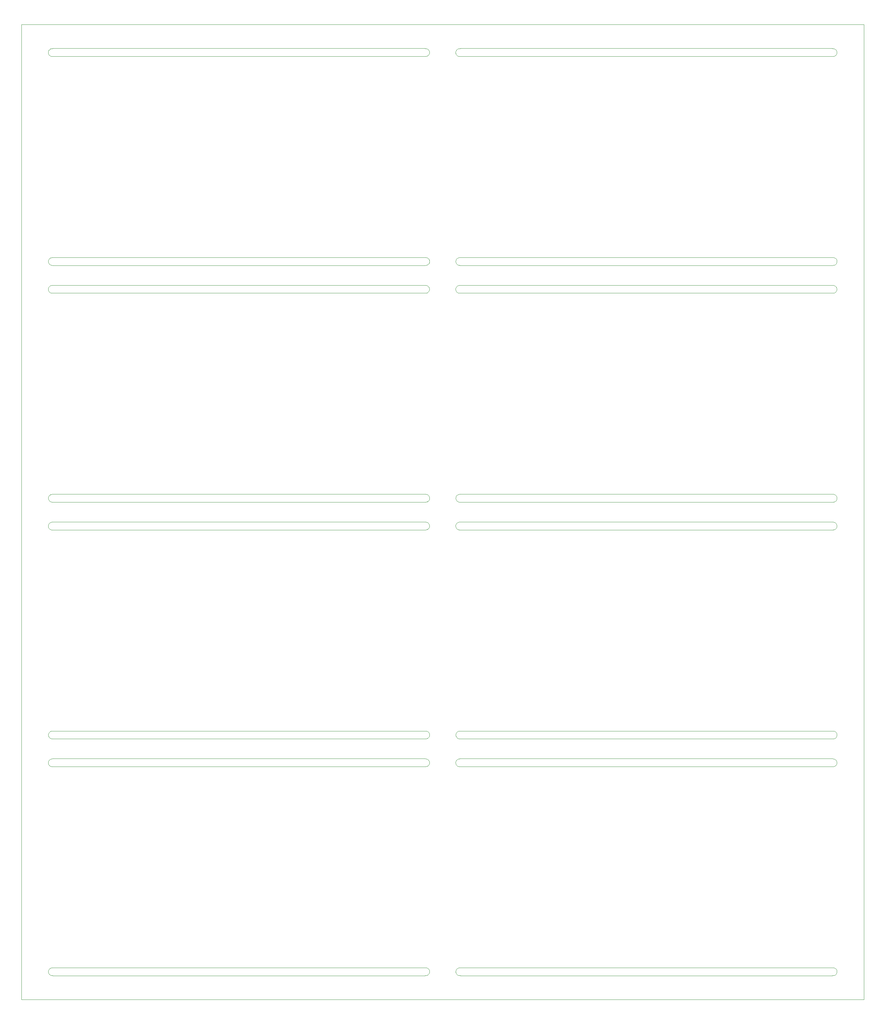
<source format=gbr>
G04 #@! TF.GenerationSoftware,KiCad,Pcbnew,5.99.0+really5.1.10+dfsg1-1*
G04 #@! TF.CreationDate,2021-09-29T09:26:04+02:00*
G04 #@! TF.ProjectId,ulx3s-panel,756c7833-732d-4706-916e-656c2e6b6963,rev?*
G04 #@! TF.SameCoordinates,Original*
G04 #@! TF.FileFunction,Profile,NP*
%FSLAX46Y46*%
G04 Gerber Fmt 4.6, Leading zero omitted, Abs format (unit mm)*
G04 Created by KiCad (PCBNEW 5.99.0+really5.1.10+dfsg1-1) date 2021-09-29 09:26:04*
%MOMM*%
%LPD*%
G01*
G04 APERTURE LIST*
G04 #@! TA.AperFunction,Profile*
%ADD10C,0.100000*%
G04 #@! TD*
G04 APERTURE END LIST*
D10*
X-91190000Y87620000D02*
X-91300000Y87620000D01*
X-91080000Y87620000D02*
X-91190000Y87620000D01*
X3070000Y87620000D02*
X-91080000Y87620000D01*
X3160000Y87620000D02*
X3070000Y87620000D01*
X3260000Y87640000D02*
X3160000Y87620000D01*
X3350000Y87660000D02*
X3260000Y87640000D01*
X3440000Y87690000D02*
X3350000Y87660000D01*
X3530000Y87730000D02*
X3440000Y87690000D01*
X3610000Y87780000D02*
X3530000Y87730000D01*
X3690000Y87840000D02*
X3610000Y87780000D01*
X3760000Y87900000D02*
X3690000Y87840000D01*
X3830000Y87970000D02*
X3760000Y87900000D01*
X3890000Y88050000D02*
X3830000Y87970000D01*
X3940000Y88130000D02*
X3890000Y88050000D01*
X3980000Y88210000D02*
X3940000Y88130000D01*
X4010000Y88300000D02*
X3980000Y88210000D01*
X4040000Y88390000D02*
X4010000Y88300000D01*
X4050000Y88490000D02*
X4040000Y88390000D01*
X4060000Y88580000D02*
X4050000Y88490000D01*
X4060000Y88680000D02*
X4060000Y88580000D01*
X4050000Y88770000D02*
X4060000Y88680000D01*
X4030000Y88870000D02*
X4050000Y88770000D01*
X4000000Y88960000D02*
X4030000Y88870000D01*
X3960000Y89050000D02*
X4000000Y88960000D01*
X3910000Y89130000D02*
X3960000Y89050000D01*
X3860000Y89210000D02*
X3910000Y89130000D01*
X3800000Y89280000D02*
X3860000Y89210000D01*
X3730000Y89350000D02*
X3800000Y89280000D01*
X3660000Y89410000D02*
X3730000Y89350000D01*
X3580000Y89460000D02*
X3660000Y89410000D01*
X3490000Y89510000D02*
X3580000Y89460000D01*
X3400000Y89540000D02*
X3490000Y89510000D01*
X3310000Y89570000D02*
X3400000Y89540000D01*
X3220000Y89590000D02*
X3310000Y89570000D01*
X3130000Y89600000D02*
X3220000Y89590000D01*
X3040000Y89610000D02*
X3130000Y89600000D01*
X2860000Y89620000D02*
X3040000Y89610000D01*
X-91060000Y89620000D02*
X2860000Y89620000D01*
X-91240000Y89610000D02*
X-91060000Y89620000D01*
X-91330000Y89600000D02*
X-91240000Y89610000D01*
X-91430000Y89590000D02*
X-91330000Y89600000D01*
X-91540000Y89570000D02*
X-91430000Y89590000D01*
X-91630000Y89540000D02*
X-91540000Y89570000D01*
X-91730000Y89500000D02*
X-91630000Y89540000D01*
X-91810000Y89450000D02*
X-91730000Y89500000D01*
X-91890000Y89400000D02*
X-91810000Y89450000D01*
X-91970000Y89330000D02*
X-91890000Y89400000D01*
X-92040000Y89260000D02*
X-91970000Y89330000D01*
X-92100000Y89190000D02*
X-92040000Y89260000D01*
X-92160000Y89100000D02*
X-92100000Y89190000D01*
X-92200000Y89010000D02*
X-92160000Y89100000D01*
X-92240000Y88920000D02*
X-92200000Y89010000D01*
X-92260000Y88830000D02*
X-92240000Y88920000D01*
X-92280000Y88730000D02*
X-92260000Y88830000D01*
X-92290000Y88630000D02*
X-92280000Y88730000D01*
X-92290000Y88530000D02*
X-92290000Y88630000D01*
X-92270000Y88430000D02*
X-92290000Y88530000D01*
X-92250000Y88340000D02*
X-92270000Y88430000D01*
X-92220000Y88240000D02*
X-92250000Y88340000D01*
X-92180000Y88150000D02*
X-92220000Y88240000D01*
X-92130000Y88070000D02*
X-92180000Y88150000D01*
X-92070000Y87990000D02*
X-92130000Y88070000D01*
X-92010000Y87910000D02*
X-92070000Y87990000D01*
X-91940000Y87850000D02*
X-92010000Y87910000D01*
X-91860000Y87790000D02*
X-91940000Y87850000D01*
X-91770000Y87740000D02*
X-91860000Y87790000D01*
X-91680000Y87690000D02*
X-91770000Y87740000D01*
X-91590000Y87660000D02*
X-91680000Y87690000D01*
X-91500000Y87630000D02*
X-91590000Y87660000D01*
X-91400000Y87620000D02*
X-91500000Y87630000D01*
X-91300000Y87620000D02*
X-91400000Y87620000D01*
X-91190000Y-31980000D02*
X-91300000Y-31980000D01*
X-91080000Y-31980000D02*
X-91190000Y-31980000D01*
X3070000Y-31980000D02*
X-91080000Y-31980000D01*
X3160000Y-31980000D02*
X3070000Y-31980000D01*
X3260000Y-31960000D02*
X3160000Y-31980000D01*
X3350000Y-31940000D02*
X3260000Y-31960000D01*
X3440000Y-31910000D02*
X3350000Y-31940000D01*
X3530000Y-31870000D02*
X3440000Y-31910000D01*
X3610000Y-31820000D02*
X3530000Y-31870000D01*
X3690000Y-31760000D02*
X3610000Y-31820000D01*
X3760000Y-31700000D02*
X3690000Y-31760000D01*
X3830000Y-31630000D02*
X3760000Y-31700000D01*
X3890000Y-31550000D02*
X3830000Y-31630000D01*
X3940000Y-31470000D02*
X3890000Y-31550000D01*
X3980000Y-31390000D02*
X3940000Y-31470000D01*
X4010000Y-31300000D02*
X3980000Y-31390000D01*
X4040000Y-31210000D02*
X4010000Y-31300000D01*
X4050000Y-31110000D02*
X4040000Y-31210000D01*
X4060000Y-31020000D02*
X4050000Y-31110000D01*
X4060000Y-30920000D02*
X4060000Y-31020000D01*
X4050000Y-30830000D02*
X4060000Y-30920000D01*
X4030000Y-30730000D02*
X4050000Y-30830000D01*
X4000000Y-30640000D02*
X4030000Y-30730000D01*
X3960000Y-30550000D02*
X4000000Y-30640000D01*
X3910000Y-30470000D02*
X3960000Y-30550000D01*
X3860000Y-30390000D02*
X3910000Y-30470000D01*
X3800000Y-30320000D02*
X3860000Y-30390000D01*
X3730000Y-30250000D02*
X3800000Y-30320000D01*
X3660000Y-30190000D02*
X3730000Y-30250000D01*
X3580000Y-30140000D02*
X3660000Y-30190000D01*
X3490000Y-30090000D02*
X3580000Y-30140000D01*
X3400000Y-30060000D02*
X3490000Y-30090000D01*
X3310000Y-30030000D02*
X3400000Y-30060000D01*
X3220000Y-30010000D02*
X3310000Y-30030000D01*
X3130000Y-30000000D02*
X3220000Y-30010000D01*
X3040000Y-29990000D02*
X3130000Y-30000000D01*
X2860000Y-29980000D02*
X3040000Y-29990000D01*
X-91060000Y-29980000D02*
X2860000Y-29980000D01*
X-91240000Y-29990000D02*
X-91060000Y-29980000D01*
X-91330000Y-30000000D02*
X-91240000Y-29990000D01*
X-91430000Y-30010000D02*
X-91330000Y-30000000D01*
X-91540000Y-30030000D02*
X-91430000Y-30010000D01*
X-91630000Y-30060000D02*
X-91540000Y-30030000D01*
X-91720000Y-30100000D02*
X-91630000Y-30060000D01*
X-91800000Y-30140000D02*
X-91720000Y-30100000D01*
X-91880000Y-30200000D02*
X-91800000Y-30140000D01*
X-91960000Y-30260000D02*
X-91880000Y-30200000D01*
X-92030000Y-30320000D02*
X-91960000Y-30260000D01*
X-92090000Y-30400000D02*
X-92030000Y-30320000D01*
X-92140000Y-30470000D02*
X-92090000Y-30400000D01*
X-92190000Y-30560000D02*
X-92140000Y-30470000D01*
X-92230000Y-30650000D02*
X-92190000Y-30560000D01*
X-92260000Y-30740000D02*
X-92230000Y-30650000D01*
X-92280000Y-30830000D02*
X-92260000Y-30740000D01*
X-92290000Y-30930000D02*
X-92280000Y-30830000D01*
X-92290000Y-31020000D02*
X-92290000Y-30930000D01*
X-92280000Y-31120000D02*
X-92290000Y-31020000D01*
X-92270000Y-31210000D02*
X-92280000Y-31120000D01*
X-92240000Y-31300000D02*
X-92270000Y-31210000D01*
X-92210000Y-31390000D02*
X-92240000Y-31300000D01*
X-92160000Y-31480000D02*
X-92210000Y-31390000D01*
X-92110000Y-31560000D02*
X-92160000Y-31480000D01*
X-92060000Y-31630000D02*
X-92110000Y-31560000D01*
X-91990000Y-31700000D02*
X-92060000Y-31630000D01*
X-91920000Y-31770000D02*
X-91990000Y-31700000D01*
X-91840000Y-31820000D02*
X-91920000Y-31770000D01*
X-91760000Y-31870000D02*
X-91840000Y-31820000D01*
X-91670000Y-31910000D02*
X-91760000Y-31870000D01*
X-91580000Y-31940000D02*
X-91670000Y-31910000D01*
X-91490000Y-31970000D02*
X-91580000Y-31940000D01*
X-91390000Y-31980000D02*
X-91490000Y-31970000D01*
X-91300000Y-31980000D02*
X-91390000Y-31980000D01*
X-91190000Y-91780000D02*
X-91300000Y-91780000D01*
X-91080000Y-91780000D02*
X-91190000Y-91780000D01*
X3070000Y-91780000D02*
X-91080000Y-91780000D01*
X3160000Y-91780000D02*
X3070000Y-91780000D01*
X3260000Y-91760000D02*
X3160000Y-91780000D01*
X3350000Y-91740000D02*
X3260000Y-91760000D01*
X3440000Y-91710000D02*
X3350000Y-91740000D01*
X3530000Y-91670000D02*
X3440000Y-91710000D01*
X3610000Y-91620000D02*
X3530000Y-91670000D01*
X3690000Y-91560000D02*
X3610000Y-91620000D01*
X3760000Y-91500000D02*
X3690000Y-91560000D01*
X3830000Y-91430000D02*
X3760000Y-91500000D01*
X3890000Y-91350000D02*
X3830000Y-91430000D01*
X3940000Y-91270000D02*
X3890000Y-91350000D01*
X3980000Y-91190000D02*
X3940000Y-91270000D01*
X4010000Y-91100000D02*
X3980000Y-91190000D01*
X4040000Y-91010000D02*
X4010000Y-91100000D01*
X4050000Y-90910000D02*
X4040000Y-91010000D01*
X4060000Y-90820000D02*
X4050000Y-90910000D01*
X4060000Y-90720000D02*
X4060000Y-90820000D01*
X4050000Y-90630000D02*
X4060000Y-90720000D01*
X4030000Y-90530000D02*
X4050000Y-90630000D01*
X4000000Y-90440000D02*
X4030000Y-90530000D01*
X3960000Y-90350000D02*
X4000000Y-90440000D01*
X3910000Y-90270000D02*
X3960000Y-90350000D01*
X3860000Y-90190000D02*
X3910000Y-90270000D01*
X3800000Y-90120000D02*
X3860000Y-90190000D01*
X3730000Y-90050000D02*
X3800000Y-90120000D01*
X3660000Y-89990000D02*
X3730000Y-90050000D01*
X3580000Y-89940000D02*
X3660000Y-89990000D01*
X3490000Y-89890000D02*
X3580000Y-89940000D01*
X3400000Y-89860000D02*
X3490000Y-89890000D01*
X3310000Y-89830000D02*
X3400000Y-89860000D01*
X3220000Y-89810000D02*
X3310000Y-89830000D01*
X3130000Y-89800000D02*
X3220000Y-89810000D01*
X3040000Y-89790000D02*
X3130000Y-89800000D01*
X2860000Y-89780000D02*
X3040000Y-89790000D01*
X-91060000Y-89780000D02*
X2860000Y-89780000D01*
X-91240000Y-89790000D02*
X-91060000Y-89780000D01*
X-91330000Y-89800000D02*
X-91240000Y-89790000D01*
X-91430000Y-89810000D02*
X-91330000Y-89800000D01*
X-91540000Y-89830000D02*
X-91430000Y-89810000D01*
X-91630000Y-89860000D02*
X-91540000Y-89830000D01*
X-91720000Y-89900000D02*
X-91630000Y-89860000D01*
X-91800000Y-89940000D02*
X-91720000Y-89900000D01*
X-91880000Y-90000000D02*
X-91800000Y-89940000D01*
X-91960000Y-90060000D02*
X-91880000Y-90000000D01*
X-92030000Y-90120000D02*
X-91960000Y-90060000D01*
X-92090000Y-90200000D02*
X-92030000Y-90120000D01*
X-92140000Y-90270000D02*
X-92090000Y-90200000D01*
X-92190000Y-90360000D02*
X-92140000Y-90270000D01*
X-92230000Y-90450000D02*
X-92190000Y-90360000D01*
X-92260000Y-90540000D02*
X-92230000Y-90450000D01*
X-92280000Y-90630000D02*
X-92260000Y-90540000D01*
X-92290000Y-90730000D02*
X-92280000Y-90630000D01*
X-92290000Y-90820000D02*
X-92290000Y-90730000D01*
X-92280000Y-90920000D02*
X-92290000Y-90820000D01*
X-92270000Y-91010000D02*
X-92280000Y-90920000D01*
X-92240000Y-91100000D02*
X-92270000Y-91010000D01*
X-92210000Y-91190000D02*
X-92240000Y-91100000D01*
X-92160000Y-91280000D02*
X-92210000Y-91190000D01*
X-92110000Y-91360000D02*
X-92160000Y-91280000D01*
X-92060000Y-91430000D02*
X-92110000Y-91360000D01*
X-91990000Y-91500000D02*
X-92060000Y-91430000D01*
X-91920000Y-91570000D02*
X-91990000Y-91500000D01*
X-91840000Y-91620000D02*
X-91920000Y-91570000D01*
X-91760000Y-91670000D02*
X-91840000Y-91620000D01*
X-91670000Y-91710000D02*
X-91760000Y-91670000D01*
X-91580000Y-91740000D02*
X-91670000Y-91710000D01*
X-91490000Y-91770000D02*
X-91580000Y-91740000D01*
X-91390000Y-91780000D02*
X-91490000Y-91770000D01*
X-91300000Y-91780000D02*
X-91390000Y-91780000D01*
X-91190000Y27820000D02*
X-91300000Y27820000D01*
X-91080000Y27820000D02*
X-91190000Y27820000D01*
X3070000Y27820000D02*
X-91080000Y27820000D01*
X3160000Y27820000D02*
X3070000Y27820000D01*
X3260000Y27840000D02*
X3160000Y27820000D01*
X3350000Y27860000D02*
X3260000Y27840000D01*
X3440000Y27890000D02*
X3350000Y27860000D01*
X3530000Y27930000D02*
X3440000Y27890000D01*
X3610000Y27980000D02*
X3530000Y27930000D01*
X3690000Y28040000D02*
X3610000Y27980000D01*
X3760000Y28100000D02*
X3690000Y28040000D01*
X3830000Y28170000D02*
X3760000Y28100000D01*
X3890000Y28250000D02*
X3830000Y28170000D01*
X3940000Y28330000D02*
X3890000Y28250000D01*
X3980000Y28410000D02*
X3940000Y28330000D01*
X4010000Y28500000D02*
X3980000Y28410000D01*
X4040000Y28590000D02*
X4010000Y28500000D01*
X4050000Y28690000D02*
X4040000Y28590000D01*
X4060000Y28780000D02*
X4050000Y28690000D01*
X4060000Y28880000D02*
X4060000Y28780000D01*
X4050000Y28970000D02*
X4060000Y28880000D01*
X4030000Y29070000D02*
X4050000Y28970000D01*
X4000000Y29160000D02*
X4030000Y29070000D01*
X3960000Y29250000D02*
X4000000Y29160000D01*
X3910000Y29330000D02*
X3960000Y29250000D01*
X3860000Y29410000D02*
X3910000Y29330000D01*
X3800000Y29480000D02*
X3860000Y29410000D01*
X3730000Y29550000D02*
X3800000Y29480000D01*
X3660000Y29610000D02*
X3730000Y29550000D01*
X3580000Y29660000D02*
X3660000Y29610000D01*
X3490000Y29710000D02*
X3580000Y29660000D01*
X3400000Y29740000D02*
X3490000Y29710000D01*
X3310000Y29770000D02*
X3400000Y29740000D01*
X3220000Y29790000D02*
X3310000Y29770000D01*
X3130000Y29800000D02*
X3220000Y29790000D01*
X3040000Y29810000D02*
X3130000Y29800000D01*
X2860000Y29820000D02*
X3040000Y29810000D01*
X-91060000Y29820000D02*
X2860000Y29820000D01*
X-91240000Y29810000D02*
X-91060000Y29820000D01*
X-91330000Y29800000D02*
X-91240000Y29810000D01*
X-91430000Y29790000D02*
X-91330000Y29800000D01*
X-91540000Y29770000D02*
X-91430000Y29790000D01*
X-91630000Y29740000D02*
X-91540000Y29770000D01*
X-91730000Y29700000D02*
X-91630000Y29740000D01*
X-91810000Y29650000D02*
X-91730000Y29700000D01*
X-91890000Y29600000D02*
X-91810000Y29650000D01*
X-91970000Y29530000D02*
X-91890000Y29600000D01*
X-92040000Y29460000D02*
X-91970000Y29530000D01*
X-92100000Y29390000D02*
X-92040000Y29460000D01*
X-92160000Y29300000D02*
X-92100000Y29390000D01*
X-92200000Y29210000D02*
X-92160000Y29300000D01*
X-92240000Y29120000D02*
X-92200000Y29210000D01*
X-92260000Y29030000D02*
X-92240000Y29120000D01*
X-92280000Y28930000D02*
X-92260000Y29030000D01*
X-92290000Y28830000D02*
X-92280000Y28930000D01*
X-92290000Y28730000D02*
X-92290000Y28830000D01*
X-92270000Y28630000D02*
X-92290000Y28730000D01*
X-92250000Y28540000D02*
X-92270000Y28630000D01*
X-92220000Y28440000D02*
X-92250000Y28540000D01*
X-92180000Y28350000D02*
X-92220000Y28440000D01*
X-92130000Y28270000D02*
X-92180000Y28350000D01*
X-92070000Y28190000D02*
X-92130000Y28270000D01*
X-92010000Y28110000D02*
X-92070000Y28190000D01*
X-91940000Y28050000D02*
X-92010000Y28110000D01*
X-91860000Y27990000D02*
X-91940000Y28050000D01*
X-91770000Y27940000D02*
X-91860000Y27990000D01*
X-91680000Y27890000D02*
X-91770000Y27940000D01*
X-91590000Y27860000D02*
X-91680000Y27890000D01*
X-91500000Y27830000D02*
X-91590000Y27860000D01*
X-91400000Y27820000D02*
X-91500000Y27830000D01*
X-91300000Y27820000D02*
X-91400000Y27820000D01*
X-91330000Y-84760000D02*
X-91420000Y-84750000D01*
X-91240000Y-84770000D02*
X-91330000Y-84760000D01*
X-91060000Y-84780000D02*
X-91240000Y-84770000D01*
X2860000Y-84780000D02*
X-91060000Y-84780000D01*
X3040000Y-84770000D02*
X2860000Y-84780000D01*
X3130000Y-84760000D02*
X3040000Y-84770000D01*
X3230000Y-84750000D02*
X3130000Y-84760000D01*
X3340000Y-84730000D02*
X3230000Y-84750000D01*
X3430000Y-84700000D02*
X3340000Y-84730000D01*
X3520000Y-84660000D02*
X3430000Y-84700000D01*
X3610000Y-84610000D02*
X3520000Y-84660000D01*
X3690000Y-84560000D02*
X3610000Y-84610000D01*
X3770000Y-84490000D02*
X3690000Y-84560000D01*
X3840000Y-84420000D02*
X3770000Y-84490000D01*
X3900000Y-84350000D02*
X3840000Y-84420000D01*
X3950000Y-84260000D02*
X3900000Y-84350000D01*
X4000000Y-84180000D02*
X3950000Y-84260000D01*
X4040000Y-84080000D02*
X4000000Y-84180000D01*
X4060000Y-83990000D02*
X4040000Y-84080000D01*
X4080000Y-83890000D02*
X4060000Y-83990000D01*
X4090000Y-83790000D02*
X4080000Y-83890000D01*
X4090000Y-83690000D02*
X4090000Y-83790000D01*
X4070000Y-83600000D02*
X4090000Y-83690000D01*
X4050000Y-83500000D02*
X4070000Y-83600000D01*
X4020000Y-83410000D02*
X4050000Y-83500000D01*
X3980000Y-83320000D02*
X4020000Y-83410000D01*
X3930000Y-83230000D02*
X3980000Y-83320000D01*
X3870000Y-83150000D02*
X3930000Y-83230000D01*
X3810000Y-83080000D02*
X3870000Y-83150000D01*
X3740000Y-83010000D02*
X3810000Y-83080000D01*
X3660000Y-82950000D02*
X3740000Y-83010000D01*
X3570000Y-82900000D02*
X3660000Y-82950000D01*
X3480000Y-82850000D02*
X3570000Y-82900000D01*
X3390000Y-82820000D02*
X3480000Y-82850000D01*
X3300000Y-82800000D02*
X3390000Y-82820000D01*
X3200000Y-82780000D02*
X3300000Y-82800000D01*
X3100000Y-82780000D02*
X3200000Y-82780000D01*
X2990000Y-82780000D02*
X3100000Y-82780000D01*
X2880000Y-82780000D02*
X2990000Y-82780000D01*
X-91270000Y-82780000D02*
X2880000Y-82780000D01*
X-91360000Y-82780000D02*
X-91270000Y-82780000D01*
X-91460000Y-82800000D02*
X-91360000Y-82780000D01*
X-91550000Y-82820000D02*
X-91460000Y-82800000D01*
X-91640000Y-82850000D02*
X-91550000Y-82820000D01*
X-91730000Y-82890000D02*
X-91640000Y-82850000D01*
X-91810000Y-82940000D02*
X-91730000Y-82890000D01*
X-91890000Y-83000000D02*
X-91810000Y-82940000D01*
X-91960000Y-83060000D02*
X-91890000Y-83000000D01*
X-92030000Y-83130000D02*
X-91960000Y-83060000D01*
X-92090000Y-83210000D02*
X-92030000Y-83130000D01*
X-92140000Y-83290000D02*
X-92090000Y-83210000D01*
X-92180000Y-83370000D02*
X-92140000Y-83290000D01*
X-92210000Y-83460000D02*
X-92180000Y-83370000D01*
X-92240000Y-83550000D02*
X-92210000Y-83460000D01*
X-92250000Y-83650000D02*
X-92240000Y-83550000D01*
X-92260000Y-83740000D02*
X-92250000Y-83650000D01*
X-92260000Y-83840000D02*
X-92260000Y-83740000D01*
X-92250000Y-83930000D02*
X-92260000Y-83840000D01*
X-92230000Y-84030000D02*
X-92250000Y-83930000D01*
X-92200000Y-84120000D02*
X-92230000Y-84030000D01*
X-92160000Y-84210000D02*
X-92200000Y-84120000D01*
X-92110000Y-84290000D02*
X-92160000Y-84210000D01*
X-92060000Y-84370000D02*
X-92110000Y-84290000D01*
X-92000000Y-84440000D02*
X-92060000Y-84370000D01*
X-91930000Y-84510000D02*
X-92000000Y-84440000D01*
X-91860000Y-84570000D02*
X-91930000Y-84510000D01*
X-91780000Y-84620000D02*
X-91860000Y-84570000D01*
X-91690000Y-84670000D02*
X-91780000Y-84620000D01*
X-91600000Y-84700000D02*
X-91690000Y-84670000D01*
X-91510000Y-84730000D02*
X-91600000Y-84700000D01*
X-91420000Y-84750000D02*
X-91510000Y-84730000D01*
X-91330000Y-144560000D02*
X-91420000Y-144550000D01*
X-91240000Y-144570000D02*
X-91330000Y-144560000D01*
X-91060000Y-144580000D02*
X-91240000Y-144570000D01*
X2860000Y-144580000D02*
X-91060000Y-144580000D01*
X3040000Y-144570000D02*
X2860000Y-144580000D01*
X3130000Y-144560000D02*
X3040000Y-144570000D01*
X3230000Y-144550000D02*
X3130000Y-144560000D01*
X3340000Y-144530000D02*
X3230000Y-144550000D01*
X3430000Y-144500000D02*
X3340000Y-144530000D01*
X3520000Y-144460000D02*
X3430000Y-144500000D01*
X3610000Y-144410000D02*
X3520000Y-144460000D01*
X3690000Y-144360000D02*
X3610000Y-144410000D01*
X3770000Y-144290000D02*
X3690000Y-144360000D01*
X3840000Y-144220000D02*
X3770000Y-144290000D01*
X3900000Y-144150000D02*
X3840000Y-144220000D01*
X3950000Y-144060000D02*
X3900000Y-144150000D01*
X4000000Y-143980000D02*
X3950000Y-144060000D01*
X4040000Y-143880000D02*
X4000000Y-143980000D01*
X4060000Y-143790000D02*
X4040000Y-143880000D01*
X4080000Y-143690000D02*
X4060000Y-143790000D01*
X4090000Y-143590000D02*
X4080000Y-143690000D01*
X4090000Y-143490000D02*
X4090000Y-143590000D01*
X4070000Y-143400000D02*
X4090000Y-143490000D01*
X4050000Y-143300000D02*
X4070000Y-143400000D01*
X4020000Y-143210000D02*
X4050000Y-143300000D01*
X3980000Y-143120000D02*
X4020000Y-143210000D01*
X3930000Y-143030000D02*
X3980000Y-143120000D01*
X3870000Y-142950000D02*
X3930000Y-143030000D01*
X3810000Y-142880000D02*
X3870000Y-142950000D01*
X3740000Y-142810000D02*
X3810000Y-142880000D01*
X3660000Y-142750000D02*
X3740000Y-142810000D01*
X3570000Y-142700000D02*
X3660000Y-142750000D01*
X3480000Y-142650000D02*
X3570000Y-142700000D01*
X3390000Y-142620000D02*
X3480000Y-142650000D01*
X3300000Y-142600000D02*
X3390000Y-142620000D01*
X3200000Y-142580000D02*
X3300000Y-142600000D01*
X3100000Y-142580000D02*
X3200000Y-142580000D01*
X2990000Y-142580000D02*
X3100000Y-142580000D01*
X2880000Y-142580000D02*
X2990000Y-142580000D01*
X-91270000Y-142580000D02*
X2880000Y-142580000D01*
X-91360000Y-142580000D02*
X-91270000Y-142580000D01*
X-91460000Y-142600000D02*
X-91360000Y-142580000D01*
X-91550000Y-142620000D02*
X-91460000Y-142600000D01*
X-91640000Y-142650000D02*
X-91550000Y-142620000D01*
X-91730000Y-142690000D02*
X-91640000Y-142650000D01*
X-91810000Y-142740000D02*
X-91730000Y-142690000D01*
X-91890000Y-142800000D02*
X-91810000Y-142740000D01*
X-91960000Y-142860000D02*
X-91890000Y-142800000D01*
X-92030000Y-142930000D02*
X-91960000Y-142860000D01*
X-92090000Y-143010000D02*
X-92030000Y-142930000D01*
X-92140000Y-143090000D02*
X-92090000Y-143010000D01*
X-92180000Y-143170000D02*
X-92140000Y-143090000D01*
X-92210000Y-143260000D02*
X-92180000Y-143170000D01*
X-92240000Y-143350000D02*
X-92210000Y-143260000D01*
X-92250000Y-143450000D02*
X-92240000Y-143350000D01*
X-92260000Y-143540000D02*
X-92250000Y-143450000D01*
X-92260000Y-143640000D02*
X-92260000Y-143540000D01*
X-92250000Y-143730000D02*
X-92260000Y-143640000D01*
X-92230000Y-143830000D02*
X-92250000Y-143730000D01*
X-92200000Y-143920000D02*
X-92230000Y-143830000D01*
X-92160000Y-144010000D02*
X-92200000Y-143920000D01*
X-92110000Y-144090000D02*
X-92160000Y-144010000D01*
X-92060000Y-144170000D02*
X-92110000Y-144090000D01*
X-92000000Y-144240000D02*
X-92060000Y-144170000D01*
X-91930000Y-144310000D02*
X-92000000Y-144240000D01*
X-91860000Y-144370000D02*
X-91930000Y-144310000D01*
X-91780000Y-144420000D02*
X-91860000Y-144370000D01*
X-91690000Y-144470000D02*
X-91780000Y-144420000D01*
X-91600000Y-144500000D02*
X-91690000Y-144470000D01*
X-91510000Y-144530000D02*
X-91600000Y-144500000D01*
X-91420000Y-144550000D02*
X-91510000Y-144530000D01*
X-91330000Y-24960000D02*
X-91420000Y-24950000D01*
X-91240000Y-24970000D02*
X-91330000Y-24960000D01*
X-91060000Y-24980000D02*
X-91240000Y-24970000D01*
X2860000Y-24980000D02*
X-91060000Y-24980000D01*
X3040000Y-24970000D02*
X2860000Y-24980000D01*
X3130000Y-24960000D02*
X3040000Y-24970000D01*
X3230000Y-24950000D02*
X3130000Y-24960000D01*
X3340000Y-24930000D02*
X3230000Y-24950000D01*
X3430000Y-24900000D02*
X3340000Y-24930000D01*
X3520000Y-24860000D02*
X3430000Y-24900000D01*
X3610000Y-24810000D02*
X3520000Y-24860000D01*
X3690000Y-24760000D02*
X3610000Y-24810000D01*
X3770000Y-24690000D02*
X3690000Y-24760000D01*
X3840000Y-24620000D02*
X3770000Y-24690000D01*
X3900000Y-24550000D02*
X3840000Y-24620000D01*
X3950000Y-24460000D02*
X3900000Y-24550000D01*
X4000000Y-24380000D02*
X3950000Y-24460000D01*
X4040000Y-24280000D02*
X4000000Y-24380000D01*
X4060000Y-24190000D02*
X4040000Y-24280000D01*
X4080000Y-24090000D02*
X4060000Y-24190000D01*
X4090000Y-23990000D02*
X4080000Y-24090000D01*
X4090000Y-23890000D02*
X4090000Y-23990000D01*
X4070000Y-23800000D02*
X4090000Y-23890000D01*
X4050000Y-23700000D02*
X4070000Y-23800000D01*
X4020000Y-23610000D02*
X4050000Y-23700000D01*
X3980000Y-23520000D02*
X4020000Y-23610000D01*
X3930000Y-23430000D02*
X3980000Y-23520000D01*
X3870000Y-23350000D02*
X3930000Y-23430000D01*
X3810000Y-23280000D02*
X3870000Y-23350000D01*
X3740000Y-23210000D02*
X3810000Y-23280000D01*
X3660000Y-23150000D02*
X3740000Y-23210000D01*
X3570000Y-23100000D02*
X3660000Y-23150000D01*
X3480000Y-23050000D02*
X3570000Y-23100000D01*
X3390000Y-23020000D02*
X3480000Y-23050000D01*
X3300000Y-23000000D02*
X3390000Y-23020000D01*
X3200000Y-22980000D02*
X3300000Y-23000000D01*
X3100000Y-22980000D02*
X3200000Y-22980000D01*
X2990000Y-22980000D02*
X3100000Y-22980000D01*
X2880000Y-22980000D02*
X2990000Y-22980000D01*
X-91270000Y-22980000D02*
X2880000Y-22980000D01*
X-91360000Y-22980000D02*
X-91270000Y-22980000D01*
X-91460000Y-23000000D02*
X-91360000Y-22980000D01*
X-91550000Y-23020000D02*
X-91460000Y-23000000D01*
X-91640000Y-23050000D02*
X-91550000Y-23020000D01*
X-91730000Y-23090000D02*
X-91640000Y-23050000D01*
X-91810000Y-23140000D02*
X-91730000Y-23090000D01*
X-91890000Y-23200000D02*
X-91810000Y-23140000D01*
X-91960000Y-23260000D02*
X-91890000Y-23200000D01*
X-92030000Y-23330000D02*
X-91960000Y-23260000D01*
X-92090000Y-23410000D02*
X-92030000Y-23330000D01*
X-92140000Y-23490000D02*
X-92090000Y-23410000D01*
X-92180000Y-23570000D02*
X-92140000Y-23490000D01*
X-92210000Y-23660000D02*
X-92180000Y-23570000D01*
X-92240000Y-23750000D02*
X-92210000Y-23660000D01*
X-92250000Y-23850000D02*
X-92240000Y-23750000D01*
X-92260000Y-23940000D02*
X-92250000Y-23850000D01*
X-92260000Y-24040000D02*
X-92260000Y-23940000D01*
X-92250000Y-24130000D02*
X-92260000Y-24040000D01*
X-92230000Y-24230000D02*
X-92250000Y-24130000D01*
X-92200000Y-24320000D02*
X-92230000Y-24230000D01*
X-92160000Y-24410000D02*
X-92200000Y-24320000D01*
X-92110000Y-24490000D02*
X-92160000Y-24410000D01*
X-92060000Y-24570000D02*
X-92110000Y-24490000D01*
X-92000000Y-24640000D02*
X-92060000Y-24570000D01*
X-91930000Y-24710000D02*
X-92000000Y-24640000D01*
X-91860000Y-24770000D02*
X-91930000Y-24710000D01*
X-91780000Y-24820000D02*
X-91860000Y-24770000D01*
X-91690000Y-24870000D02*
X-91780000Y-24820000D01*
X-91600000Y-24900000D02*
X-91690000Y-24870000D01*
X-91510000Y-24930000D02*
X-91600000Y-24900000D01*
X-91420000Y-24950000D02*
X-91510000Y-24930000D01*
X-91330000Y34840000D02*
X-91420000Y34850000D01*
X-91240000Y34830000D02*
X-91330000Y34840000D01*
X-91060000Y34820000D02*
X-91240000Y34830000D01*
X2860000Y34820000D02*
X-91060000Y34820000D01*
X3040000Y34830000D02*
X2860000Y34820000D01*
X3130000Y34840000D02*
X3040000Y34830000D01*
X3230000Y34850000D02*
X3130000Y34840000D01*
X3340000Y34870000D02*
X3230000Y34850000D01*
X3430000Y34900000D02*
X3340000Y34870000D01*
X3520000Y34940000D02*
X3430000Y34900000D01*
X3610000Y34990000D02*
X3520000Y34940000D01*
X3690000Y35040000D02*
X3610000Y34990000D01*
X3770000Y35110000D02*
X3690000Y35040000D01*
X3840000Y35180000D02*
X3770000Y35110000D01*
X3900000Y35250000D02*
X3840000Y35180000D01*
X3950000Y35340000D02*
X3900000Y35250000D01*
X4000000Y35420000D02*
X3950000Y35340000D01*
X4040000Y35520000D02*
X4000000Y35420000D01*
X4060000Y35610000D02*
X4040000Y35520000D01*
X4080000Y35710000D02*
X4060000Y35610000D01*
X4090000Y35810000D02*
X4080000Y35710000D01*
X4090000Y35910000D02*
X4090000Y35810000D01*
X4070000Y36000000D02*
X4090000Y35910000D01*
X4050000Y36100000D02*
X4070000Y36000000D01*
X4020000Y36190000D02*
X4050000Y36100000D01*
X3980000Y36280000D02*
X4020000Y36190000D01*
X3930000Y36370000D02*
X3980000Y36280000D01*
X3870000Y36450000D02*
X3930000Y36370000D01*
X3810000Y36520000D02*
X3870000Y36450000D01*
X3740000Y36590000D02*
X3810000Y36520000D01*
X3660000Y36650000D02*
X3740000Y36590000D01*
X3570000Y36700000D02*
X3660000Y36650000D01*
X3480000Y36750000D02*
X3570000Y36700000D01*
X3390000Y36780000D02*
X3480000Y36750000D01*
X3300000Y36800000D02*
X3390000Y36780000D01*
X3200000Y36820000D02*
X3300000Y36800000D01*
X3100000Y36820000D02*
X3200000Y36820000D01*
X2990000Y36820000D02*
X3100000Y36820000D01*
X2880000Y36820000D02*
X2990000Y36820000D01*
X-91270000Y36820000D02*
X2880000Y36820000D01*
X-91360000Y36820000D02*
X-91270000Y36820000D01*
X-91460000Y36800000D02*
X-91360000Y36820000D01*
X-91550000Y36780000D02*
X-91460000Y36800000D01*
X-91640000Y36750000D02*
X-91550000Y36780000D01*
X-91730000Y36710000D02*
X-91640000Y36750000D01*
X-91810000Y36660000D02*
X-91730000Y36710000D01*
X-91890000Y36600000D02*
X-91810000Y36660000D01*
X-91960000Y36540000D02*
X-91890000Y36600000D01*
X-92030000Y36470000D02*
X-91960000Y36540000D01*
X-92090000Y36390000D02*
X-92030000Y36470000D01*
X-92140000Y36310000D02*
X-92090000Y36390000D01*
X-92180000Y36230000D02*
X-92140000Y36310000D01*
X-92210000Y36140000D02*
X-92180000Y36230000D01*
X-92240000Y36050000D02*
X-92210000Y36140000D01*
X-92250000Y35950000D02*
X-92240000Y36050000D01*
X-92260000Y35860000D02*
X-92250000Y35950000D01*
X-92260000Y35760000D02*
X-92260000Y35860000D01*
X-92250000Y35670000D02*
X-92260000Y35760000D01*
X-92230000Y35570000D02*
X-92250000Y35670000D01*
X-92200000Y35480000D02*
X-92230000Y35570000D01*
X-92160000Y35390000D02*
X-92200000Y35480000D01*
X-92110000Y35310000D02*
X-92160000Y35390000D01*
X-92060000Y35230000D02*
X-92110000Y35310000D01*
X-92000000Y35160000D02*
X-92060000Y35230000D01*
X-91930000Y35090000D02*
X-92000000Y35160000D01*
X-91860000Y35030000D02*
X-91930000Y35090000D01*
X-91780000Y34980000D02*
X-91860000Y35030000D01*
X-91690000Y34930000D02*
X-91780000Y34980000D01*
X-91600000Y34900000D02*
X-91690000Y34930000D01*
X-91510000Y34870000D02*
X-91600000Y34900000D01*
X-91420000Y34850000D02*
X-91510000Y34870000D01*
X11790000Y87620000D02*
X11680000Y87620000D01*
X11900000Y87620000D02*
X11790000Y87620000D01*
X106050000Y87620000D02*
X11900000Y87620000D01*
X106140000Y87620000D02*
X106050000Y87620000D01*
X106240000Y87640000D02*
X106140000Y87620000D01*
X106330000Y87660000D02*
X106240000Y87640000D01*
X106420000Y87690000D02*
X106330000Y87660000D01*
X106510000Y87730000D02*
X106420000Y87690000D01*
X106590000Y87780000D02*
X106510000Y87730000D01*
X106670000Y87840000D02*
X106590000Y87780000D01*
X106740000Y87900000D02*
X106670000Y87840000D01*
X106810000Y87970000D02*
X106740000Y87900000D01*
X106870000Y88050000D02*
X106810000Y87970000D01*
X106920000Y88130000D02*
X106870000Y88050000D01*
X106960000Y88210000D02*
X106920000Y88130000D01*
X106990000Y88300000D02*
X106960000Y88210000D01*
X107020000Y88390000D02*
X106990000Y88300000D01*
X107030000Y88490000D02*
X107020000Y88390000D01*
X107040000Y88580000D02*
X107030000Y88490000D01*
X107040000Y88680000D02*
X107040000Y88580000D01*
X107030000Y88770000D02*
X107040000Y88680000D01*
X107010000Y88870000D02*
X107030000Y88770000D01*
X106980000Y88960000D02*
X107010000Y88870000D01*
X106940000Y89050000D02*
X106980000Y88960000D01*
X106890000Y89130000D02*
X106940000Y89050000D01*
X106840000Y89210000D02*
X106890000Y89130000D01*
X106780000Y89280000D02*
X106840000Y89210000D01*
X106710000Y89350000D02*
X106780000Y89280000D01*
X106640000Y89410000D02*
X106710000Y89350000D01*
X106560000Y89460000D02*
X106640000Y89410000D01*
X106470000Y89510000D02*
X106560000Y89460000D01*
X106380000Y89540000D02*
X106470000Y89510000D01*
X106290000Y89570000D02*
X106380000Y89540000D01*
X106200000Y89590000D02*
X106290000Y89570000D01*
X106110000Y89600000D02*
X106200000Y89590000D01*
X106020000Y89610000D02*
X106110000Y89600000D01*
X105840000Y89620000D02*
X106020000Y89610000D01*
X11920000Y89620000D02*
X105840000Y89620000D01*
X11740000Y89610000D02*
X11920000Y89620000D01*
X11650000Y89600000D02*
X11740000Y89610000D01*
X11550000Y89590000D02*
X11650000Y89600000D01*
X11440000Y89570000D02*
X11550000Y89590000D01*
X11350000Y89540000D02*
X11440000Y89570000D01*
X11260000Y89500000D02*
X11350000Y89540000D01*
X11170000Y89450000D02*
X11260000Y89500000D01*
X11090000Y89400000D02*
X11170000Y89450000D01*
X11010000Y89330000D02*
X11090000Y89400000D01*
X10940000Y89260000D02*
X11010000Y89330000D01*
X10880000Y89190000D02*
X10940000Y89260000D01*
X10830000Y89100000D02*
X10880000Y89190000D01*
X10780000Y89020000D02*
X10830000Y89100000D01*
X10740000Y88920000D02*
X10780000Y89020000D01*
X10720000Y88830000D02*
X10740000Y88920000D01*
X10700000Y88730000D02*
X10720000Y88830000D01*
X10690000Y88630000D02*
X10700000Y88730000D01*
X10690000Y88530000D02*
X10690000Y88630000D01*
X10710000Y88440000D02*
X10690000Y88530000D01*
X10730000Y88340000D02*
X10710000Y88440000D01*
X10760000Y88250000D02*
X10730000Y88340000D01*
X10800000Y88160000D02*
X10760000Y88250000D01*
X10850000Y88070000D02*
X10800000Y88160000D01*
X10910000Y87990000D02*
X10850000Y88070000D01*
X10970000Y87920000D02*
X10910000Y87990000D01*
X11040000Y87850000D02*
X10970000Y87920000D01*
X11120000Y87790000D02*
X11040000Y87850000D01*
X11210000Y87740000D02*
X11120000Y87790000D01*
X11300000Y87690000D02*
X11210000Y87740000D01*
X11390000Y87660000D02*
X11300000Y87690000D01*
X11480000Y87640000D02*
X11390000Y87660000D01*
X11580000Y87620000D02*
X11480000Y87640000D01*
X11680000Y87620000D02*
X11580000Y87620000D01*
X11790000Y27820000D02*
X11680000Y27820000D01*
X11900000Y27820000D02*
X11790000Y27820000D01*
X106050000Y27820000D02*
X11900000Y27820000D01*
X106140000Y27820000D02*
X106050000Y27820000D01*
X106240000Y27840000D02*
X106140000Y27820000D01*
X106330000Y27860000D02*
X106240000Y27840000D01*
X106420000Y27890000D02*
X106330000Y27860000D01*
X106510000Y27930000D02*
X106420000Y27890000D01*
X106590000Y27980000D02*
X106510000Y27930000D01*
X106670000Y28040000D02*
X106590000Y27980000D01*
X106740000Y28100000D02*
X106670000Y28040000D01*
X106810000Y28170000D02*
X106740000Y28100000D01*
X106870000Y28250000D02*
X106810000Y28170000D01*
X106920000Y28330000D02*
X106870000Y28250000D01*
X106960000Y28410000D02*
X106920000Y28330000D01*
X106990000Y28500000D02*
X106960000Y28410000D01*
X107020000Y28590000D02*
X106990000Y28500000D01*
X107030000Y28690000D02*
X107020000Y28590000D01*
X107040000Y28780000D02*
X107030000Y28690000D01*
X107040000Y28880000D02*
X107040000Y28780000D01*
X107030000Y28970000D02*
X107040000Y28880000D01*
X107010000Y29070000D02*
X107030000Y28970000D01*
X106980000Y29160000D02*
X107010000Y29070000D01*
X106940000Y29250000D02*
X106980000Y29160000D01*
X106890000Y29330000D02*
X106940000Y29250000D01*
X106840000Y29410000D02*
X106890000Y29330000D01*
X106780000Y29480000D02*
X106840000Y29410000D01*
X106710000Y29550000D02*
X106780000Y29480000D01*
X106640000Y29610000D02*
X106710000Y29550000D01*
X106560000Y29660000D02*
X106640000Y29610000D01*
X106470000Y29710000D02*
X106560000Y29660000D01*
X106380000Y29740000D02*
X106470000Y29710000D01*
X106290000Y29770000D02*
X106380000Y29740000D01*
X106200000Y29790000D02*
X106290000Y29770000D01*
X106110000Y29800000D02*
X106200000Y29790000D01*
X106020000Y29810000D02*
X106110000Y29800000D01*
X105840000Y29820000D02*
X106020000Y29810000D01*
X11920000Y29820000D02*
X105840000Y29820000D01*
X11740000Y29810000D02*
X11920000Y29820000D01*
X11650000Y29800000D02*
X11740000Y29810000D01*
X11550000Y29790000D02*
X11650000Y29800000D01*
X11440000Y29770000D02*
X11550000Y29790000D01*
X11350000Y29740000D02*
X11440000Y29770000D01*
X11260000Y29700000D02*
X11350000Y29740000D01*
X11170000Y29650000D02*
X11260000Y29700000D01*
X11090000Y29600000D02*
X11170000Y29650000D01*
X11010000Y29530000D02*
X11090000Y29600000D01*
X10940000Y29460000D02*
X11010000Y29530000D01*
X10880000Y29390000D02*
X10940000Y29460000D01*
X10830000Y29300000D02*
X10880000Y29390000D01*
X10780000Y29220000D02*
X10830000Y29300000D01*
X10740000Y29120000D02*
X10780000Y29220000D01*
X10720000Y29030000D02*
X10740000Y29120000D01*
X10700000Y28930000D02*
X10720000Y29030000D01*
X10690000Y28830000D02*
X10700000Y28930000D01*
X10690000Y28730000D02*
X10690000Y28830000D01*
X10710000Y28640000D02*
X10690000Y28730000D01*
X10730000Y28540000D02*
X10710000Y28640000D01*
X10760000Y28450000D02*
X10730000Y28540000D01*
X10800000Y28360000D02*
X10760000Y28450000D01*
X10850000Y28270000D02*
X10800000Y28360000D01*
X10910000Y28190000D02*
X10850000Y28270000D01*
X10970000Y28120000D02*
X10910000Y28190000D01*
X11040000Y28050000D02*
X10970000Y28120000D01*
X11120000Y27990000D02*
X11040000Y28050000D01*
X11210000Y27940000D02*
X11120000Y27990000D01*
X11300000Y27890000D02*
X11210000Y27940000D01*
X11390000Y27860000D02*
X11300000Y27890000D01*
X11480000Y27840000D02*
X11390000Y27860000D01*
X11580000Y27820000D02*
X11480000Y27840000D01*
X11680000Y27820000D02*
X11580000Y27820000D01*
X11790000Y-31980000D02*
X11680000Y-31980000D01*
X11900000Y-31980000D02*
X11790000Y-31980000D01*
X106050000Y-31980000D02*
X11900000Y-31980000D01*
X106140000Y-31980000D02*
X106050000Y-31980000D01*
X106240000Y-31960000D02*
X106140000Y-31980000D01*
X106330000Y-31940000D02*
X106240000Y-31960000D01*
X106420000Y-31910000D02*
X106330000Y-31940000D01*
X106510000Y-31870000D02*
X106420000Y-31910000D01*
X106590000Y-31820000D02*
X106510000Y-31870000D01*
X106670000Y-31760000D02*
X106590000Y-31820000D01*
X106740000Y-31700000D02*
X106670000Y-31760000D01*
X106810000Y-31630000D02*
X106740000Y-31700000D01*
X106870000Y-31550000D02*
X106810000Y-31630000D01*
X106920000Y-31470000D02*
X106870000Y-31550000D01*
X106960000Y-31390000D02*
X106920000Y-31470000D01*
X106990000Y-31300000D02*
X106960000Y-31390000D01*
X107020000Y-31210000D02*
X106990000Y-31300000D01*
X107030000Y-31110000D02*
X107020000Y-31210000D01*
X107040000Y-31020000D02*
X107030000Y-31110000D01*
X107040000Y-30920000D02*
X107040000Y-31020000D01*
X107030000Y-30830000D02*
X107040000Y-30920000D01*
X107010000Y-30730000D02*
X107030000Y-30830000D01*
X106980000Y-30640000D02*
X107010000Y-30730000D01*
X106940000Y-30550000D02*
X106980000Y-30640000D01*
X106890000Y-30470000D02*
X106940000Y-30550000D01*
X106840000Y-30390000D02*
X106890000Y-30470000D01*
X106780000Y-30320000D02*
X106840000Y-30390000D01*
X106710000Y-30250000D02*
X106780000Y-30320000D01*
X106640000Y-30190000D02*
X106710000Y-30250000D01*
X106560000Y-30140000D02*
X106640000Y-30190000D01*
X106470000Y-30090000D02*
X106560000Y-30140000D01*
X106380000Y-30060000D02*
X106470000Y-30090000D01*
X106290000Y-30030000D02*
X106380000Y-30060000D01*
X106200000Y-30010000D02*
X106290000Y-30030000D01*
X106110000Y-30000000D02*
X106200000Y-30010000D01*
X106020000Y-29990000D02*
X106110000Y-30000000D01*
X105840000Y-29980000D02*
X106020000Y-29990000D01*
X11920000Y-29980000D02*
X105840000Y-29980000D01*
X11740000Y-29990000D02*
X11920000Y-29980000D01*
X11650000Y-30000000D02*
X11740000Y-29990000D01*
X11550000Y-30010000D02*
X11650000Y-30000000D01*
X11440000Y-30030000D02*
X11550000Y-30010000D01*
X11350000Y-30060000D02*
X11440000Y-30030000D01*
X11260000Y-30100000D02*
X11350000Y-30060000D01*
X11170000Y-30150000D02*
X11260000Y-30100000D01*
X11090000Y-30200000D02*
X11170000Y-30150000D01*
X11010000Y-30270000D02*
X11090000Y-30200000D01*
X10940000Y-30340000D02*
X11010000Y-30270000D01*
X10880000Y-30410000D02*
X10940000Y-30340000D01*
X10830000Y-30500000D02*
X10880000Y-30410000D01*
X10780000Y-30580000D02*
X10830000Y-30500000D01*
X10740000Y-30680000D02*
X10780000Y-30580000D01*
X10720000Y-30770000D02*
X10740000Y-30680000D01*
X10700000Y-30870000D02*
X10720000Y-30770000D01*
X10690000Y-30970000D02*
X10700000Y-30870000D01*
X10690000Y-31070000D02*
X10690000Y-30970000D01*
X10710000Y-31160000D02*
X10690000Y-31070000D01*
X10730000Y-31260000D02*
X10710000Y-31160000D01*
X10760000Y-31350000D02*
X10730000Y-31260000D01*
X10800000Y-31440000D02*
X10760000Y-31350000D01*
X10850000Y-31530000D02*
X10800000Y-31440000D01*
X10910000Y-31610000D02*
X10850000Y-31530000D01*
X10970000Y-31680000D02*
X10910000Y-31610000D01*
X11040000Y-31750000D02*
X10970000Y-31680000D01*
X11120000Y-31810000D02*
X11040000Y-31750000D01*
X11210000Y-31860000D02*
X11120000Y-31810000D01*
X11300000Y-31910000D02*
X11210000Y-31860000D01*
X11390000Y-31940000D02*
X11300000Y-31910000D01*
X11480000Y-31960000D02*
X11390000Y-31940000D01*
X11580000Y-31980000D02*
X11480000Y-31960000D01*
X11680000Y-31980000D02*
X11580000Y-31980000D01*
X11790000Y-91780000D02*
X11680000Y-91780000D01*
X11900000Y-91780000D02*
X11790000Y-91780000D01*
X106050000Y-91780000D02*
X11900000Y-91780000D01*
X106140000Y-91780000D02*
X106050000Y-91780000D01*
X106240000Y-91760000D02*
X106140000Y-91780000D01*
X106330000Y-91740000D02*
X106240000Y-91760000D01*
X106420000Y-91710000D02*
X106330000Y-91740000D01*
X106510000Y-91670000D02*
X106420000Y-91710000D01*
X106590000Y-91620000D02*
X106510000Y-91670000D01*
X106670000Y-91560000D02*
X106590000Y-91620000D01*
X106740000Y-91500000D02*
X106670000Y-91560000D01*
X106810000Y-91430000D02*
X106740000Y-91500000D01*
X106870000Y-91350000D02*
X106810000Y-91430000D01*
X106920000Y-91270000D02*
X106870000Y-91350000D01*
X106960000Y-91190000D02*
X106920000Y-91270000D01*
X106990000Y-91100000D02*
X106960000Y-91190000D01*
X107020000Y-91010000D02*
X106990000Y-91100000D01*
X107030000Y-90910000D02*
X107020000Y-91010000D01*
X107040000Y-90820000D02*
X107030000Y-90910000D01*
X107040000Y-90720000D02*
X107040000Y-90820000D01*
X107030000Y-90630000D02*
X107040000Y-90720000D01*
X107010000Y-90530000D02*
X107030000Y-90630000D01*
X106980000Y-90440000D02*
X107010000Y-90530000D01*
X106940000Y-90350000D02*
X106980000Y-90440000D01*
X106890000Y-90270000D02*
X106940000Y-90350000D01*
X106840000Y-90190000D02*
X106890000Y-90270000D01*
X106780000Y-90120000D02*
X106840000Y-90190000D01*
X106710000Y-90050000D02*
X106780000Y-90120000D01*
X106640000Y-89990000D02*
X106710000Y-90050000D01*
X106560000Y-89940000D02*
X106640000Y-89990000D01*
X106470000Y-89890000D02*
X106560000Y-89940000D01*
X106380000Y-89860000D02*
X106470000Y-89890000D01*
X106290000Y-89830000D02*
X106380000Y-89860000D01*
X106200000Y-89810000D02*
X106290000Y-89830000D01*
X106110000Y-89800000D02*
X106200000Y-89810000D01*
X106020000Y-89790000D02*
X106110000Y-89800000D01*
X105840000Y-89780000D02*
X106020000Y-89790000D01*
X11920000Y-89780000D02*
X105840000Y-89780000D01*
X11740000Y-89790000D02*
X11920000Y-89780000D01*
X11650000Y-89800000D02*
X11740000Y-89790000D01*
X11550000Y-89810000D02*
X11650000Y-89800000D01*
X11440000Y-89830000D02*
X11550000Y-89810000D01*
X11350000Y-89860000D02*
X11440000Y-89830000D01*
X11260000Y-89900000D02*
X11350000Y-89860000D01*
X11170000Y-89950000D02*
X11260000Y-89900000D01*
X11090000Y-90000000D02*
X11170000Y-89950000D01*
X11010000Y-90070000D02*
X11090000Y-90000000D01*
X10940000Y-90140000D02*
X11010000Y-90070000D01*
X10880000Y-90210000D02*
X10940000Y-90140000D01*
X10830000Y-90300000D02*
X10880000Y-90210000D01*
X10780000Y-90380000D02*
X10830000Y-90300000D01*
X10740000Y-90480000D02*
X10780000Y-90380000D01*
X10720000Y-90570000D02*
X10740000Y-90480000D01*
X10700000Y-90670000D02*
X10720000Y-90570000D01*
X10690000Y-90770000D02*
X10700000Y-90670000D01*
X10690000Y-90870000D02*
X10690000Y-90770000D01*
X10710000Y-90960000D02*
X10690000Y-90870000D01*
X10730000Y-91060000D02*
X10710000Y-90960000D01*
X10760000Y-91150000D02*
X10730000Y-91060000D01*
X10800000Y-91240000D02*
X10760000Y-91150000D01*
X10850000Y-91330000D02*
X10800000Y-91240000D01*
X10910000Y-91410000D02*
X10850000Y-91330000D01*
X10970000Y-91480000D02*
X10910000Y-91410000D01*
X11040000Y-91550000D02*
X10970000Y-91480000D01*
X11120000Y-91610000D02*
X11040000Y-91550000D01*
X11210000Y-91660000D02*
X11120000Y-91610000D01*
X11300000Y-91710000D02*
X11210000Y-91660000D01*
X11390000Y-91740000D02*
X11300000Y-91710000D01*
X11480000Y-91760000D02*
X11390000Y-91740000D01*
X11580000Y-91780000D02*
X11480000Y-91760000D01*
X11680000Y-91780000D02*
X11580000Y-91780000D01*
X11650000Y34840000D02*
X11560000Y34850000D01*
X11740000Y34830000D02*
X11650000Y34840000D01*
X11920000Y34820000D02*
X11740000Y34830000D01*
X105840000Y34820000D02*
X11920000Y34820000D01*
X106020000Y34830000D02*
X105840000Y34820000D01*
X106110000Y34840000D02*
X106020000Y34830000D01*
X106210000Y34850000D02*
X106110000Y34840000D01*
X106320000Y34870000D02*
X106210000Y34850000D01*
X106410000Y34900000D02*
X106320000Y34870000D01*
X106510000Y34940000D02*
X106410000Y34900000D01*
X106590000Y34990000D02*
X106510000Y34940000D01*
X106670000Y35040000D02*
X106590000Y34990000D01*
X106750000Y35110000D02*
X106670000Y35040000D01*
X106820000Y35180000D02*
X106750000Y35110000D01*
X106880000Y35250000D02*
X106820000Y35180000D01*
X106940000Y35340000D02*
X106880000Y35250000D01*
X106980000Y35430000D02*
X106940000Y35340000D01*
X107020000Y35520000D02*
X106980000Y35430000D01*
X107040000Y35610000D02*
X107020000Y35520000D01*
X107060000Y35710000D02*
X107040000Y35610000D01*
X107070000Y35810000D02*
X107060000Y35710000D01*
X107070000Y35910000D02*
X107070000Y35810000D01*
X107050000Y36010000D02*
X107070000Y35910000D01*
X107030000Y36100000D02*
X107050000Y36010000D01*
X107000000Y36200000D02*
X107030000Y36100000D01*
X106960000Y36290000D02*
X107000000Y36200000D01*
X106910000Y36370000D02*
X106960000Y36290000D01*
X106850000Y36450000D02*
X106910000Y36370000D01*
X106790000Y36530000D02*
X106850000Y36450000D01*
X106720000Y36590000D02*
X106790000Y36530000D01*
X106640000Y36650000D02*
X106720000Y36590000D01*
X106550000Y36700000D02*
X106640000Y36650000D01*
X106460000Y36750000D02*
X106550000Y36700000D01*
X106370000Y36780000D02*
X106460000Y36750000D01*
X106280000Y36810000D02*
X106370000Y36780000D01*
X106180000Y36820000D02*
X106280000Y36810000D01*
X106080000Y36820000D02*
X106180000Y36820000D01*
X105970000Y36820000D02*
X106080000Y36820000D01*
X105860000Y36820000D02*
X105970000Y36820000D01*
X11710000Y36820000D02*
X105860000Y36820000D01*
X11620000Y36820000D02*
X11710000Y36820000D01*
X11520000Y36800000D02*
X11620000Y36820000D01*
X11430000Y36780000D02*
X11520000Y36800000D01*
X11340000Y36750000D02*
X11430000Y36780000D01*
X11250000Y36710000D02*
X11340000Y36750000D01*
X11170000Y36660000D02*
X11250000Y36710000D01*
X11090000Y36600000D02*
X11170000Y36660000D01*
X11020000Y36540000D02*
X11090000Y36600000D01*
X10950000Y36470000D02*
X11020000Y36540000D01*
X10890000Y36390000D02*
X10950000Y36470000D01*
X10840000Y36310000D02*
X10890000Y36390000D01*
X10800000Y36230000D02*
X10840000Y36310000D01*
X10770000Y36140000D02*
X10800000Y36230000D01*
X10740000Y36050000D02*
X10770000Y36140000D01*
X10730000Y35950000D02*
X10740000Y36050000D01*
X10720000Y35860000D02*
X10730000Y35950000D01*
X10720000Y35760000D02*
X10720000Y35860000D01*
X10730000Y35670000D02*
X10720000Y35760000D01*
X10750000Y35570000D02*
X10730000Y35670000D01*
X10780000Y35480000D02*
X10750000Y35570000D01*
X10820000Y35390000D02*
X10780000Y35480000D01*
X10870000Y35310000D02*
X10820000Y35390000D01*
X10920000Y35230000D02*
X10870000Y35310000D01*
X10980000Y35160000D02*
X10920000Y35230000D01*
X11050000Y35090000D02*
X10980000Y35160000D01*
X11120000Y35030000D02*
X11050000Y35090000D01*
X11200000Y34980000D02*
X11120000Y35030000D01*
X11290000Y34930000D02*
X11200000Y34980000D01*
X11380000Y34900000D02*
X11290000Y34930000D01*
X11470000Y34870000D02*
X11380000Y34900000D01*
X11560000Y34850000D02*
X11470000Y34870000D01*
X11650000Y-84760000D02*
X11560000Y-84750000D01*
X11740000Y-84770000D02*
X11650000Y-84760000D01*
X11920000Y-84780000D02*
X11740000Y-84770000D01*
X105840000Y-84780000D02*
X11920000Y-84780000D01*
X106020000Y-84770000D02*
X105840000Y-84780000D01*
X106110000Y-84760000D02*
X106020000Y-84770000D01*
X106210000Y-84750000D02*
X106110000Y-84760000D01*
X106320000Y-84730000D02*
X106210000Y-84750000D01*
X106410000Y-84700000D02*
X106320000Y-84730000D01*
X106510000Y-84660000D02*
X106410000Y-84700000D01*
X106590000Y-84610000D02*
X106510000Y-84660000D01*
X106670000Y-84560000D02*
X106590000Y-84610000D01*
X106750000Y-84490000D02*
X106670000Y-84560000D01*
X106820000Y-84420000D02*
X106750000Y-84490000D01*
X106880000Y-84350000D02*
X106820000Y-84420000D01*
X106940000Y-84260000D02*
X106880000Y-84350000D01*
X106980000Y-84170000D02*
X106940000Y-84260000D01*
X107020000Y-84080000D02*
X106980000Y-84170000D01*
X107040000Y-83990000D02*
X107020000Y-84080000D01*
X107060000Y-83890000D02*
X107040000Y-83990000D01*
X107070000Y-83790000D02*
X107060000Y-83890000D01*
X107070000Y-83690000D02*
X107070000Y-83790000D01*
X107050000Y-83590000D02*
X107070000Y-83690000D01*
X107030000Y-83500000D02*
X107050000Y-83590000D01*
X107000000Y-83400000D02*
X107030000Y-83500000D01*
X106960000Y-83310000D02*
X107000000Y-83400000D01*
X106910000Y-83230000D02*
X106960000Y-83310000D01*
X106850000Y-83150000D02*
X106910000Y-83230000D01*
X106790000Y-83070000D02*
X106850000Y-83150000D01*
X106720000Y-83010000D02*
X106790000Y-83070000D01*
X106640000Y-82950000D02*
X106720000Y-83010000D01*
X106550000Y-82900000D02*
X106640000Y-82950000D01*
X106460000Y-82850000D02*
X106550000Y-82900000D01*
X106370000Y-82820000D02*
X106460000Y-82850000D01*
X106280000Y-82790000D02*
X106370000Y-82820000D01*
X106180000Y-82780000D02*
X106280000Y-82790000D01*
X106080000Y-82780000D02*
X106180000Y-82780000D01*
X105970000Y-82780000D02*
X106080000Y-82780000D01*
X105860000Y-82780000D02*
X105970000Y-82780000D01*
X11710000Y-82780000D02*
X105860000Y-82780000D01*
X11620000Y-82780000D02*
X11710000Y-82780000D01*
X11520000Y-82800000D02*
X11620000Y-82780000D01*
X11430000Y-82820000D02*
X11520000Y-82800000D01*
X11340000Y-82850000D02*
X11430000Y-82820000D01*
X11250000Y-82890000D02*
X11340000Y-82850000D01*
X11170000Y-82940000D02*
X11250000Y-82890000D01*
X11090000Y-83000000D02*
X11170000Y-82940000D01*
X11020000Y-83060000D02*
X11090000Y-83000000D01*
X10950000Y-83130000D02*
X11020000Y-83060000D01*
X10890000Y-83210000D02*
X10950000Y-83130000D01*
X10840000Y-83290000D02*
X10890000Y-83210000D01*
X10800000Y-83370000D02*
X10840000Y-83290000D01*
X10770000Y-83460000D02*
X10800000Y-83370000D01*
X10740000Y-83550000D02*
X10770000Y-83460000D01*
X10730000Y-83650000D02*
X10740000Y-83550000D01*
X10720000Y-83740000D02*
X10730000Y-83650000D01*
X10720000Y-83840000D02*
X10720000Y-83740000D01*
X10730000Y-83930000D02*
X10720000Y-83840000D01*
X10750000Y-84030000D02*
X10730000Y-83930000D01*
X10780000Y-84120000D02*
X10750000Y-84030000D01*
X10820000Y-84210000D02*
X10780000Y-84120000D01*
X10870000Y-84290000D02*
X10820000Y-84210000D01*
X10920000Y-84370000D02*
X10870000Y-84290000D01*
X10980000Y-84440000D02*
X10920000Y-84370000D01*
X11050000Y-84510000D02*
X10980000Y-84440000D01*
X11120000Y-84570000D02*
X11050000Y-84510000D01*
X11200000Y-84620000D02*
X11120000Y-84570000D01*
X11290000Y-84670000D02*
X11200000Y-84620000D01*
X11380000Y-84700000D02*
X11290000Y-84670000D01*
X11470000Y-84730000D02*
X11380000Y-84700000D01*
X11560000Y-84750000D02*
X11470000Y-84730000D01*
X11650000Y-24960000D02*
X11560000Y-24950000D01*
X11740000Y-24970000D02*
X11650000Y-24960000D01*
X11920000Y-24980000D02*
X11740000Y-24970000D01*
X105840000Y-24980000D02*
X11920000Y-24980000D01*
X106020000Y-24970000D02*
X105840000Y-24980000D01*
X106110000Y-24960000D02*
X106020000Y-24970000D01*
X106210000Y-24950000D02*
X106110000Y-24960000D01*
X106320000Y-24930000D02*
X106210000Y-24950000D01*
X106410000Y-24900000D02*
X106320000Y-24930000D01*
X106510000Y-24860000D02*
X106410000Y-24900000D01*
X106590000Y-24810000D02*
X106510000Y-24860000D01*
X106670000Y-24760000D02*
X106590000Y-24810000D01*
X106750000Y-24690000D02*
X106670000Y-24760000D01*
X106820000Y-24620000D02*
X106750000Y-24690000D01*
X106880000Y-24550000D02*
X106820000Y-24620000D01*
X106940000Y-24460000D02*
X106880000Y-24550000D01*
X106980000Y-24370000D02*
X106940000Y-24460000D01*
X107020000Y-24280000D02*
X106980000Y-24370000D01*
X107040000Y-24190000D02*
X107020000Y-24280000D01*
X107060000Y-24090000D02*
X107040000Y-24190000D01*
X107070000Y-23990000D02*
X107060000Y-24090000D01*
X107070000Y-23890000D02*
X107070000Y-23990000D01*
X107050000Y-23790000D02*
X107070000Y-23890000D01*
X107030000Y-23700000D02*
X107050000Y-23790000D01*
X107000000Y-23600000D02*
X107030000Y-23700000D01*
X106960000Y-23510000D02*
X107000000Y-23600000D01*
X106910000Y-23430000D02*
X106960000Y-23510000D01*
X106850000Y-23350000D02*
X106910000Y-23430000D01*
X106790000Y-23270000D02*
X106850000Y-23350000D01*
X106720000Y-23210000D02*
X106790000Y-23270000D01*
X106640000Y-23150000D02*
X106720000Y-23210000D01*
X106550000Y-23100000D02*
X106640000Y-23150000D01*
X106460000Y-23050000D02*
X106550000Y-23100000D01*
X106370000Y-23020000D02*
X106460000Y-23050000D01*
X106280000Y-22990000D02*
X106370000Y-23020000D01*
X106180000Y-22980000D02*
X106280000Y-22990000D01*
X106080000Y-22980000D02*
X106180000Y-22980000D01*
X105970000Y-22980000D02*
X106080000Y-22980000D01*
X105860000Y-22980000D02*
X105970000Y-22980000D01*
X11710000Y-22980000D02*
X105860000Y-22980000D01*
X11620000Y-22980000D02*
X11710000Y-22980000D01*
X11520000Y-23000000D02*
X11620000Y-22980000D01*
X11430000Y-23020000D02*
X11520000Y-23000000D01*
X11340000Y-23050000D02*
X11430000Y-23020000D01*
X11250000Y-23090000D02*
X11340000Y-23050000D01*
X11170000Y-23140000D02*
X11250000Y-23090000D01*
X11090000Y-23200000D02*
X11170000Y-23140000D01*
X11020000Y-23260000D02*
X11090000Y-23200000D01*
X10950000Y-23330000D02*
X11020000Y-23260000D01*
X10890000Y-23410000D02*
X10950000Y-23330000D01*
X10840000Y-23490000D02*
X10890000Y-23410000D01*
X10800000Y-23570000D02*
X10840000Y-23490000D01*
X10770000Y-23660000D02*
X10800000Y-23570000D01*
X10740000Y-23750000D02*
X10770000Y-23660000D01*
X10730000Y-23850000D02*
X10740000Y-23750000D01*
X10720000Y-23940000D02*
X10730000Y-23850000D01*
X10720000Y-24040000D02*
X10720000Y-23940000D01*
X10730000Y-24130000D02*
X10720000Y-24040000D01*
X10750000Y-24230000D02*
X10730000Y-24130000D01*
X10780000Y-24320000D02*
X10750000Y-24230000D01*
X10820000Y-24410000D02*
X10780000Y-24320000D01*
X10870000Y-24490000D02*
X10820000Y-24410000D01*
X10920000Y-24570000D02*
X10870000Y-24490000D01*
X10980000Y-24640000D02*
X10920000Y-24570000D01*
X11050000Y-24710000D02*
X10980000Y-24640000D01*
X11120000Y-24770000D02*
X11050000Y-24710000D01*
X11200000Y-24820000D02*
X11120000Y-24770000D01*
X11290000Y-24870000D02*
X11200000Y-24820000D01*
X11380000Y-24900000D02*
X11290000Y-24870000D01*
X11470000Y-24930000D02*
X11380000Y-24900000D01*
X11560000Y-24950000D02*
X11470000Y-24930000D01*
X11650000Y-144560000D02*
X11560000Y-144550000D01*
X11740000Y-144570000D02*
X11650000Y-144560000D01*
X11920000Y-144580000D02*
X11740000Y-144570000D01*
X105840000Y-144580000D02*
X11920000Y-144580000D01*
X106020000Y-144570000D02*
X105840000Y-144580000D01*
X106110000Y-144560000D02*
X106020000Y-144570000D01*
X106210000Y-144550000D02*
X106110000Y-144560000D01*
X106320000Y-144530000D02*
X106210000Y-144550000D01*
X106410000Y-144500000D02*
X106320000Y-144530000D01*
X106510000Y-144460000D02*
X106410000Y-144500000D01*
X106590000Y-144410000D02*
X106510000Y-144460000D01*
X106670000Y-144360000D02*
X106590000Y-144410000D01*
X106750000Y-144290000D02*
X106670000Y-144360000D01*
X106820000Y-144220000D02*
X106750000Y-144290000D01*
X106880000Y-144150000D02*
X106820000Y-144220000D01*
X106940000Y-144060000D02*
X106880000Y-144150000D01*
X106980000Y-143970000D02*
X106940000Y-144060000D01*
X107020000Y-143880000D02*
X106980000Y-143970000D01*
X107040000Y-143790000D02*
X107020000Y-143880000D01*
X107060000Y-143690000D02*
X107040000Y-143790000D01*
X107070000Y-143590000D02*
X107060000Y-143690000D01*
X107070000Y-143490000D02*
X107070000Y-143590000D01*
X107050000Y-143390000D02*
X107070000Y-143490000D01*
X107030000Y-143300000D02*
X107050000Y-143390000D01*
X107000000Y-143200000D02*
X107030000Y-143300000D01*
X106960000Y-143110000D02*
X107000000Y-143200000D01*
X106910000Y-143030000D02*
X106960000Y-143110000D01*
X106850000Y-142950000D02*
X106910000Y-143030000D01*
X106790000Y-142870000D02*
X106850000Y-142950000D01*
X106720000Y-142810000D02*
X106790000Y-142870000D01*
X106640000Y-142750000D02*
X106720000Y-142810000D01*
X106550000Y-142700000D02*
X106640000Y-142750000D01*
X106460000Y-142650000D02*
X106550000Y-142700000D01*
X106370000Y-142620000D02*
X106460000Y-142650000D01*
X106280000Y-142590000D02*
X106370000Y-142620000D01*
X106180000Y-142580000D02*
X106280000Y-142590000D01*
X106080000Y-142580000D02*
X106180000Y-142580000D01*
X105970000Y-142580000D02*
X106080000Y-142580000D01*
X105860000Y-142580000D02*
X105970000Y-142580000D01*
X11710000Y-142580000D02*
X105860000Y-142580000D01*
X11620000Y-142580000D02*
X11710000Y-142580000D01*
X11520000Y-142600000D02*
X11620000Y-142580000D01*
X11430000Y-142620000D02*
X11520000Y-142600000D01*
X11340000Y-142650000D02*
X11430000Y-142620000D01*
X11250000Y-142690000D02*
X11340000Y-142650000D01*
X11170000Y-142740000D02*
X11250000Y-142690000D01*
X11090000Y-142800000D02*
X11170000Y-142740000D01*
X11020000Y-142860000D02*
X11090000Y-142800000D01*
X10950000Y-142930000D02*
X11020000Y-142860000D01*
X10890000Y-143010000D02*
X10950000Y-142930000D01*
X10840000Y-143090000D02*
X10890000Y-143010000D01*
X10800000Y-143170000D02*
X10840000Y-143090000D01*
X10770000Y-143260000D02*
X10800000Y-143170000D01*
X10740000Y-143350000D02*
X10770000Y-143260000D01*
X10730000Y-143450000D02*
X10740000Y-143350000D01*
X10720000Y-143540000D02*
X10730000Y-143450000D01*
X10720000Y-143640000D02*
X10720000Y-143540000D01*
X10730000Y-143730000D02*
X10720000Y-143640000D01*
X10750000Y-143830000D02*
X10730000Y-143730000D01*
X10780000Y-143920000D02*
X10750000Y-143830000D01*
X10820000Y-144010000D02*
X10780000Y-143920000D01*
X10870000Y-144090000D02*
X10820000Y-144010000D01*
X10920000Y-144170000D02*
X10870000Y-144090000D01*
X10980000Y-144240000D02*
X10920000Y-144170000D01*
X11050000Y-144310000D02*
X10980000Y-144240000D01*
X11120000Y-144370000D02*
X11050000Y-144310000D01*
X11200000Y-144420000D02*
X11120000Y-144370000D01*
X11290000Y-144470000D02*
X11200000Y-144420000D01*
X11380000Y-144500000D02*
X11290000Y-144470000D01*
X11470000Y-144530000D02*
X11380000Y-144500000D01*
X11560000Y-144550000D02*
X11470000Y-144530000D01*
X113840000Y95640000D02*
X-99080000Y95640000D01*
X113860000Y95640000D02*
X113840000Y95640000D01*
X113870000Y95640000D02*
X113860000Y95640000D01*
X113870000Y95630000D02*
X113870000Y95640000D01*
X113870000Y95610000D02*
X113870000Y95630000D01*
X113870000Y-150570000D02*
X113870000Y95610000D01*
X113870000Y-150590000D02*
X113870000Y-150570000D01*
X113870000Y-150600000D02*
X113870000Y-150590000D01*
X113860000Y-150600000D02*
X113870000Y-150600000D01*
X113840000Y-150600000D02*
X113860000Y-150600000D01*
X-99060000Y-150600000D02*
X113840000Y-150600000D01*
X-99080000Y-150600000D02*
X-99060000Y-150600000D01*
X-99090000Y-150600000D02*
X-99080000Y-150600000D01*
X-99090000Y-150590000D02*
X-99090000Y-150600000D01*
X-99090000Y-150570000D02*
X-99090000Y-150590000D01*
X-99090000Y95610000D02*
X-99090000Y-150570000D01*
X-99090000Y95630000D02*
X-99090000Y95610000D01*
X-99080000Y95640000D02*
X-99090000Y95630000D01*
X-99080000Y95640000D02*
X-99080000Y95640000D01*
M02*

</source>
